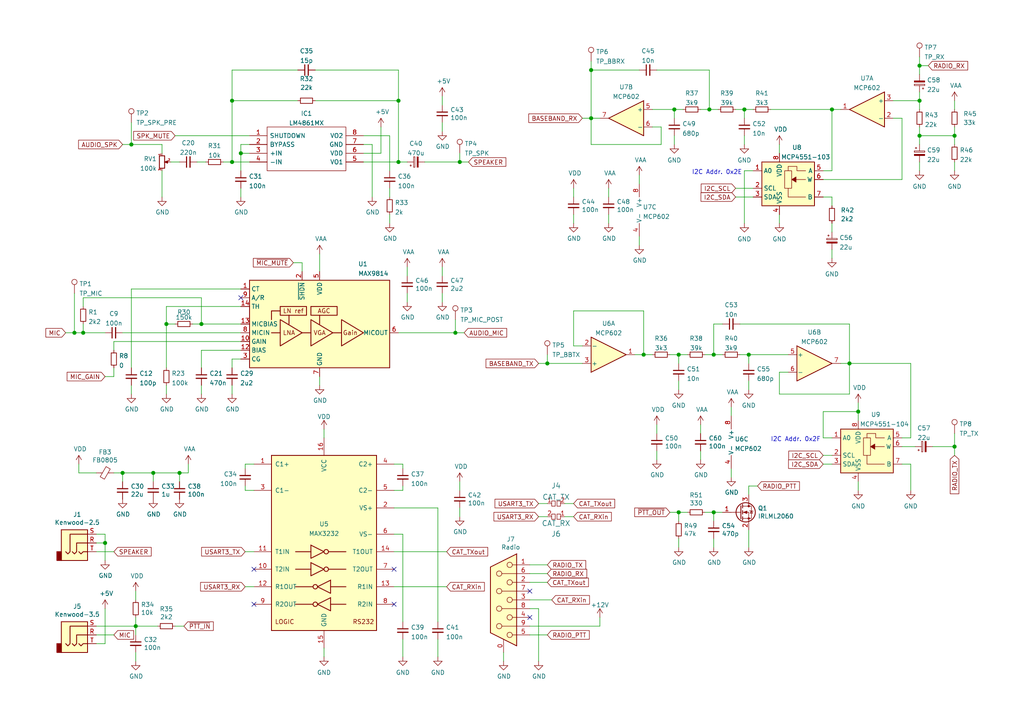
<source format=kicad_sch>
(kicad_sch (version 20210621) (generator eeschema)
  (paper "A4")
  (junction (at 217.17 102.87) (diameter 1.016))
  (junction (at 215.9 31.75) (diameter 1.016))
  (junction (at 67.31 46.99) (diameter 1.016))
  (junction (at 58.42 93.98) (diameter 1.016))
  (junction (at 205.74 31.75) (diameter 1.016))
  (junction (at 266.7 29.21) (diameter 1.016))
  (junction (at 24.13 96.52) (diameter 1.016))
  (junction (at 69.85 44.45) (diameter 1.016))
  (junction (at 39.37 181.61) (diameter 1.016))
  (junction (at 196.85 102.87) (diameter 1.016))
  (junction (at 186.69 102.87) (diameter 1.016))
  (junction (at 52.07 137.16) (diameter 1.016))
  (junction (at 38.1 41.91) (diameter 1.016))
  (junction (at 196.85 148.59) (diameter 1.016))
  (junction (at 246.38 105.41) (diameter 1.016))
  (junction (at 44.45 137.16) (diameter 1.016))
  (junction (at 276.86 39.37) (diameter 1.016))
  (junction (at 35.56 137.16) (diameter 1.016))
  (junction (at 276.86 129.54) (diameter 1.016))
  (junction (at 241.3 31.75) (diameter 1.016))
  (junction (at 248.92 119.38) (diameter 1.016))
  (junction (at 195.58 31.75) (diameter 1.016))
  (junction (at 30.48 157.48) (diameter 1.016))
  (junction (at 21.59 96.52) (diameter 1.016))
  (junction (at 207.01 148.59) (diameter 1.016))
  (junction (at 266.7 19.05) (diameter 1.016))
  (junction (at 67.31 29.21) (diameter 1.016))
  (junction (at 171.45 34.29) (diameter 1.016))
  (junction (at 171.45 20.32) (diameter 1.016))
  (junction (at 266.7 39.37) (diameter 1.016))
  (junction (at 133.35 46.99) (diameter 1.016))
  (junction (at 207.01 102.87) (diameter 1.016))
  (junction (at 115.57 46.99) (diameter 1.016))
  (junction (at 115.57 29.21) (diameter 1.016))
  (junction (at 132.08 96.52) (diameter 1.016))
  (junction (at 158.75 105.41) (diameter 1.016))
  (junction (at 48.26 93.98) (diameter 1.016))
  (no_connect (at 69.85 86.36))
  (no_connect (at 153.67 179.07))
  (no_connect (at 73.66 175.26))
  (no_connect (at 73.66 165.1))
  (no_connect (at 114.3 165.1))
  (no_connect (at 114.3 175.26))
  (no_connect (at 153.67 171.45))
  (wire (pts (xy 48.26 93.98) (xy 50.8 93.98)))
  (wire (pts (xy 146.05 189.23) (xy 146.05 191.77)))
  (wire (pts (xy 190.5 20.32) (xy 205.74 20.32)))
  (wire (pts (xy 217.17 102.87) (xy 228.6 102.87)))
  (wire (pts (xy 27.94 181.61) (xy 39.37 181.61)))
  (wire (pts (xy 71.12 160.02) (xy 73.66 160.02)))
  (wire (pts (xy 133.35 139.7) (xy 133.35 142.24)))
  (wire (pts (xy 276.86 129.54) (xy 276.86 132.08)))
  (wire (pts (xy 196.85 148.59) (xy 199.39 148.59)))
  (wire (pts (xy 71.12 142.24) (xy 71.12 140.97)))
  (wire (pts (xy 73.66 142.24) (xy 71.12 142.24)))
  (wire (pts (xy 238.76 52.07) (xy 261.62 52.07)))
  (wire (pts (xy 261.62 34.29) (xy 259.08 34.29)))
  (wire (pts (xy 261.62 52.07) (xy 261.62 34.29)))
  (wire (pts (xy 69.85 44.45) (xy 69.85 49.53)))
  (wire (pts (xy 238.76 132.08) (xy 241.3 132.08)))
  (wire (pts (xy 171.45 34.29) (xy 171.45 41.91)))
  (wire (pts (xy 171.45 41.91) (xy 191.77 41.91)))
  (wire (pts (xy 191.77 36.83) (xy 189.23 36.83)))
  (wire (pts (xy 191.77 41.91) (xy 191.77 36.83)))
  (wire (pts (xy 153.67 166.37) (xy 158.75 166.37)))
  (wire (pts (xy 153.67 168.91) (xy 158.75 168.91)))
  (wire (pts (xy 52.07 137.16) (xy 54.61 137.16)))
  (wire (pts (xy 67.31 20.32) (xy 67.31 29.21)))
  (wire (pts (xy 67.31 29.21) (xy 67.31 46.99)))
  (wire (pts (xy 128.27 27.94) (xy 128.27 30.48)))
  (wire (pts (xy 58.42 111.76) (xy 58.42 114.3)))
  (wire (pts (xy 153.67 176.53) (xy 156.21 176.53)))
  (wire (pts (xy 195.58 39.37) (xy 195.58 41.91)))
  (wire (pts (xy 153.67 181.61) (xy 173.99 181.61)))
  (wire (pts (xy 246.38 105.41) (xy 264.16 105.41)))
  (wire (pts (xy 195.58 31.75) (xy 195.58 34.29)))
  (wire (pts (xy 189.23 31.75) (xy 195.58 31.75)))
  (wire (pts (xy 276.86 46.99) (xy 276.86 49.53)))
  (wire (pts (xy 153.67 173.99) (xy 160.02 173.99)))
  (wire (pts (xy 57.15 46.99) (xy 59.69 46.99)))
  (wire (pts (xy 33.02 106.68) (xy 33.02 109.22)))
  (wire (pts (xy 266.7 26.67) (xy 266.7 29.21)))
  (wire (pts (xy 171.45 34.29) (xy 171.45 20.32)))
  (wire (pts (xy 27.94 157.48) (xy 30.48 157.48)))
  (wire (pts (xy 35.56 41.91) (xy 38.1 41.91)))
  (wire (pts (xy 38.1 41.91) (xy 46.99 41.91)))
  (wire (pts (xy 46.99 44.45) (xy 46.99 41.91)))
  (wire (pts (xy 153.67 184.15) (xy 158.75 184.15)))
  (wire (pts (xy 33.02 137.16) (xy 35.56 137.16)))
  (wire (pts (xy 85.09 76.2) (xy 87.63 76.2)))
  (wire (pts (xy 87.63 78.74) (xy 87.63 76.2)))
  (wire (pts (xy 21.59 96.52) (xy 24.13 96.52)))
  (wire (pts (xy 19.05 96.52) (xy 21.59 96.52)))
  (wire (pts (xy 52.07 137.16) (xy 52.07 139.7)))
  (wire (pts (xy 217.17 153.67) (xy 217.17 158.75)))
  (wire (pts (xy 33.02 99.06) (xy 69.85 99.06)))
  (wire (pts (xy 171.45 34.29) (xy 173.99 34.29)))
  (wire (pts (xy 168.91 34.29) (xy 171.45 34.29)))
  (wire (pts (xy 71.12 134.62) (xy 71.12 135.89)))
  (wire (pts (xy 73.66 134.62) (xy 71.12 134.62)))
  (wire (pts (xy 128.27 77.47) (xy 128.27 80.01)))
  (wire (pts (xy 203.2 130.81) (xy 203.2 133.35)))
  (wire (pts (xy 118.11 77.47) (xy 118.11 80.01)))
  (wire (pts (xy 156.21 149.86) (xy 158.75 149.86)))
  (wire (pts (xy 156.21 176.53) (xy 156.21 191.77)))
  (wire (pts (xy 190.5 123.19) (xy 190.5 125.73)))
  (wire (pts (xy 204.47 148.59) (xy 207.01 148.59)))
  (wire (pts (xy 35.56 137.16) (xy 35.56 139.7)))
  (wire (pts (xy 48.26 111.76) (xy 48.26 114.3)))
  (wire (pts (xy 38.1 35.56) (xy 38.1 41.91)))
  (wire (pts (xy 185.42 50.8) (xy 185.42 53.34)))
  (wire (pts (xy 58.42 93.98) (xy 69.85 93.98)))
  (wire (pts (xy 55.88 93.98) (xy 58.42 93.98)))
  (wire (pts (xy 132.08 96.52) (xy 132.08 92.71)))
  (wire (pts (xy 134.62 96.52) (xy 132.08 96.52)))
  (wire (pts (xy 213.36 31.75) (xy 215.9 31.75)))
  (wire (pts (xy 215.9 31.75) (xy 215.9 34.29)))
  (wire (pts (xy 50.8 39.37) (xy 72.39 39.37)))
  (wire (pts (xy 266.7 36.83) (xy 266.7 39.37)))
  (wire (pts (xy 266.7 39.37) (xy 266.7 41.91)))
  (wire (pts (xy 38.1 83.82) (xy 38.1 106.68)))
  (wire (pts (xy 69.85 83.82) (xy 38.1 83.82)))
  (wire (pts (xy 261.62 134.62) (xy 264.16 134.62)))
  (wire (pts (xy 264.16 134.62) (xy 264.16 142.24)))
  (wire (pts (xy 24.13 86.36) (xy 58.42 86.36)))
  (wire (pts (xy 196.85 110.49) (xy 196.85 113.03)))
  (wire (pts (xy 93.98 124.46) (xy 93.98 127)))
  (wire (pts (xy 49.53 46.99) (xy 52.07 46.99)))
  (wire (pts (xy 22.86 137.16) (xy 22.86 134.62)))
  (wire (pts (xy 91.44 29.21) (xy 115.57 29.21)))
  (wire (pts (xy 114.3 142.24) (xy 116.84 142.24)))
  (wire (pts (xy 116.84 142.24) (xy 116.84 140.97)))
  (wire (pts (xy 194.31 148.59) (xy 196.85 148.59)))
  (wire (pts (xy 39.37 179.07) (xy 39.37 181.61)))
  (wire (pts (xy 67.31 104.14) (xy 67.31 106.68)))
  (wire (pts (xy 69.85 104.14) (xy 67.31 104.14)))
  (wire (pts (xy 92.71 73.66) (xy 92.71 78.74)))
  (wire (pts (xy 114.3 160.02) (xy 129.54 160.02)))
  (wire (pts (xy 176.53 54.61) (xy 176.53 57.15)))
  (wire (pts (xy 166.37 54.61) (xy 166.37 57.15)))
  (wire (pts (xy 153.67 163.83) (xy 158.75 163.83)))
  (wire (pts (xy 223.52 31.75) (xy 241.3 31.75)))
  (wire (pts (xy 241.3 49.53) (xy 238.76 49.53)))
  (wire (pts (xy 241.3 31.75) (xy 241.3 49.53)))
  (wire (pts (xy 212.09 118.11) (xy 212.09 120.65)))
  (wire (pts (xy 115.57 46.99) (xy 118.11 46.99)))
  (wire (pts (xy 213.36 54.61) (xy 218.44 54.61)))
  (wire (pts (xy 196.85 102.87) (xy 196.85 105.41)))
  (wire (pts (xy 24.13 86.36) (xy 24.13 88.9)))
  (wire (pts (xy 113.03 62.23) (xy 113.03 64.77)))
  (wire (pts (xy 217.17 102.87) (xy 217.17 105.41)))
  (wire (pts (xy 214.63 102.87) (xy 217.17 102.87)))
  (wire (pts (xy 35.56 137.16) (xy 44.45 137.16)))
  (wire (pts (xy 276.86 129.54) (xy 276.86 125.73)))
  (wire (pts (xy 50.8 181.61) (xy 53.34 181.61)))
  (wire (pts (xy 133.35 46.99) (xy 133.35 44.45)))
  (wire (pts (xy 135.89 46.99) (xy 133.35 46.99)))
  (wire (pts (xy 203.2 31.75) (xy 205.74 31.75)))
  (wire (pts (xy 205.74 31.75) (xy 208.28 31.75)))
  (wire (pts (xy 196.85 151.13) (xy 196.85 148.59)))
  (wire (pts (xy 212.09 138.43) (xy 212.09 135.89)))
  (wire (pts (xy 213.36 57.15) (xy 218.44 57.15)))
  (wire (pts (xy 93.98 187.96) (xy 93.98 190.5)))
  (wire (pts (xy 123.19 46.99) (xy 133.35 46.99)))
  (wire (pts (xy 171.45 20.32) (xy 185.42 20.32)))
  (wire (pts (xy 194.31 102.87) (xy 196.85 102.87)))
  (wire (pts (xy 196.85 102.87) (xy 199.39 102.87)))
  (wire (pts (xy 207.01 102.87) (xy 207.01 93.98)))
  (wire (pts (xy 207.01 93.98) (xy 209.55 93.98)))
  (wire (pts (xy 35.56 96.52) (xy 69.85 96.52)))
  (wire (pts (xy 266.7 19.05) (xy 269.24 19.05)))
  (wire (pts (xy 266.7 21.59) (xy 266.7 19.05)))
  (wire (pts (xy 44.45 137.16) (xy 52.07 137.16)))
  (wire (pts (xy 118.11 85.09) (xy 118.11 87.63)))
  (wire (pts (xy 30.48 157.48) (xy 30.48 162.56)))
  (wire (pts (xy 163.83 149.86) (xy 166.37 149.86)))
  (wire (pts (xy 39.37 181.61) (xy 39.37 184.15)))
  (wire (pts (xy 215.9 39.37) (xy 215.9 41.91)))
  (wire (pts (xy 207.01 102.87) (xy 209.55 102.87)))
  (wire (pts (xy 204.47 102.87) (xy 207.01 102.87)))
  (wire (pts (xy 38.1 111.76) (xy 38.1 114.3)))
  (wire (pts (xy 217.17 140.97) (xy 219.71 140.97)))
  (wire (pts (xy 241.3 72.39) (xy 241.3 74.93)))
  (wire (pts (xy 266.7 16.51) (xy 266.7 19.05)))
  (wire (pts (xy 207.01 148.59) (xy 209.55 148.59)))
  (wire (pts (xy 226.06 107.95) (xy 226.06 114.3)))
  (wire (pts (xy 226.06 114.3) (xy 246.38 114.3)))
  (wire (pts (xy 228.6 107.95) (xy 226.06 107.95)))
  (wire (pts (xy 246.38 105.41) (xy 243.84 105.41)))
  (wire (pts (xy 246.38 114.3) (xy 246.38 105.41)))
  (wire (pts (xy 203.2 123.19) (xy 203.2 125.73)))
  (wire (pts (xy 185.42 68.58) (xy 185.42 71.12)))
  (wire (pts (xy 163.83 146.05) (xy 166.37 146.05)))
  (wire (pts (xy 127 185.42) (xy 127 190.5)))
  (wire (pts (xy 217.17 143.51) (xy 217.17 140.97)))
  (wire (pts (xy 128.27 35.56) (xy 128.27 38.1)))
  (wire (pts (xy 241.3 64.77) (xy 241.3 67.31)))
  (wire (pts (xy 276.86 36.83) (xy 276.86 39.37)))
  (wire (pts (xy 173.99 179.07) (xy 173.99 181.61)))
  (wire (pts (xy 128.27 85.09) (xy 128.27 87.63)))
  (wire (pts (xy 105.41 39.37) (xy 113.03 39.37)))
  (wire (pts (xy 113.03 39.37) (xy 113.03 49.53)))
  (wire (pts (xy 195.58 31.75) (xy 198.12 31.75)))
  (wire (pts (xy 27.94 137.16) (xy 22.86 137.16)))
  (wire (pts (xy 205.74 20.32) (xy 205.74 31.75)))
  (wire (pts (xy 196.85 156.21) (xy 196.85 158.75)))
  (wire (pts (xy 27.94 184.15) (xy 33.02 184.15)))
  (wire (pts (xy 39.37 181.61) (xy 45.72 181.61)))
  (wire (pts (xy 27.94 154.94) (xy 30.48 154.94)))
  (wire (pts (xy 30.48 154.94) (xy 30.48 157.48)))
  (wire (pts (xy 67.31 46.99) (xy 72.39 46.99)))
  (wire (pts (xy 64.77 46.99) (xy 67.31 46.99)))
  (wire (pts (xy 238.76 57.15) (xy 241.3 57.15)))
  (wire (pts (xy 241.3 57.15) (xy 241.3 59.69)))
  (wire (pts (xy 39.37 171.45) (xy 39.37 173.99)))
  (wire (pts (xy 44.45 137.16) (xy 44.45 139.7)))
  (wire (pts (xy 264.16 105.41) (xy 264.16 127)))
  (wire (pts (xy 114.3 134.62) (xy 116.84 134.62)))
  (wire (pts (xy 116.84 134.62) (xy 116.84 135.89)))
  (wire (pts (xy 114.3 170.18) (xy 129.54 170.18)))
  (wire (pts (xy 176.53 62.23) (xy 176.53 64.77)))
  (wire (pts (xy 21.59 85.09) (xy 21.59 96.52)))
  (wire (pts (xy 217.17 110.49) (xy 217.17 113.03)))
  (wire (pts (xy 115.57 96.52) (xy 132.08 96.52)))
  (wire (pts (xy 54.61 137.16) (xy 54.61 134.62)))
  (wire (pts (xy 207.01 148.59) (xy 207.01 151.13)))
  (wire (pts (xy 105.41 46.99) (xy 115.57 46.99)))
  (wire (pts (xy 248.92 139.7) (xy 248.92 142.24)))
  (wire (pts (xy 46.99 49.53) (xy 46.99 57.15)))
  (wire (pts (xy 261.62 129.54) (xy 265.43 129.54)))
  (wire (pts (xy 27.94 186.69) (xy 30.48 186.69)))
  (wire (pts (xy 264.16 127) (xy 261.62 127)))
  (wire (pts (xy 67.31 29.21) (xy 86.36 29.21)))
  (wire (pts (xy 58.42 93.98) (xy 58.42 86.36)))
  (wire (pts (xy 72.39 44.45) (xy 69.85 44.45)))
  (wire (pts (xy 69.85 41.91) (xy 72.39 41.91)))
  (wire (pts (xy 69.85 44.45) (xy 69.85 41.91)))
  (wire (pts (xy 58.42 101.6) (xy 58.42 106.68)))
  (wire (pts (xy 69.85 101.6) (xy 58.42 101.6)))
  (wire (pts (xy 156.21 146.05) (xy 158.75 146.05)))
  (wire (pts (xy 92.71 109.22) (xy 92.71 111.76)))
  (wire (pts (xy 67.31 111.76) (xy 67.31 114.3)))
  (wire (pts (xy 71.12 170.18) (xy 73.66 170.18)))
  (wire (pts (xy 238.76 134.62) (xy 241.3 134.62)))
  (wire (pts (xy 116.84 185.42) (xy 116.84 190.5)))
  (wire (pts (xy 226.06 41.91) (xy 226.06 44.45)))
  (wire (pts (xy 276.86 29.21) (xy 276.86 31.75)))
  (wire (pts (xy 67.31 20.32) (xy 86.36 20.32)))
  (wire (pts (xy 171.45 17.78) (xy 171.45 20.32)))
  (wire (pts (xy 186.69 102.87) (xy 184.15 102.87)))
  (wire (pts (xy 186.69 90.17) (xy 186.69 102.87)))
  (wire (pts (xy 166.37 90.17) (xy 186.69 90.17)))
  (wire (pts (xy 168.91 100.33) (xy 166.37 100.33)))
  (wire (pts (xy 166.37 100.33) (xy 166.37 90.17)))
  (wire (pts (xy 158.75 105.41) (xy 168.91 105.41)))
  (wire (pts (xy 226.06 62.23) (xy 226.06 64.77)))
  (wire (pts (xy 91.44 20.32) (xy 115.57 20.32)))
  (wire (pts (xy 115.57 20.32) (xy 115.57 29.21)))
  (wire (pts (xy 115.57 29.21) (xy 115.57 46.99)))
  (wire (pts (xy 266.7 46.99) (xy 266.7 49.53)))
  (wire (pts (xy 190.5 130.81) (xy 190.5 133.35)))
  (wire (pts (xy 241.3 31.75) (xy 243.84 31.75)))
  (wire (pts (xy 218.44 49.53) (xy 215.9 49.53)))
  (wire (pts (xy 215.9 49.53) (xy 215.9 64.77)))
  (wire (pts (xy 156.21 105.41) (xy 158.75 105.41)))
  (wire (pts (xy 158.75 105.41) (xy 158.75 102.87)))
  (wire (pts (xy 215.9 31.75) (xy 218.44 31.75)))
  (wire (pts (xy 127 147.32) (xy 127 180.34)))
  (wire (pts (xy 114.3 147.32) (xy 127 147.32)))
  (wire (pts (xy 259.08 29.21) (xy 266.7 29.21)))
  (wire (pts (xy 266.7 29.21) (xy 266.7 31.75)))
  (wire (pts (xy 238.76 119.38) (xy 248.92 119.38)))
  (wire (pts (xy 238.76 127) (xy 238.76 119.38)))
  (wire (pts (xy 241.3 127) (xy 238.76 127)))
  (wire (pts (xy 248.92 119.38) (xy 248.92 121.92)))
  (wire (pts (xy 105.41 41.91) (xy 107.95 41.91)))
  (wire (pts (xy 107.95 41.91) (xy 107.95 57.15)))
  (wire (pts (xy 30.48 186.69) (xy 30.48 176.53)))
  (wire (pts (xy 116.84 154.94) (xy 116.84 180.34)))
  (wire (pts (xy 114.3 154.94) (xy 116.84 154.94)))
  (wire (pts (xy 48.26 93.98) (xy 48.26 106.68)))
  (wire (pts (xy 48.26 88.9) (xy 48.26 93.98)))
  (wire (pts (xy 69.85 88.9) (xy 48.26 88.9)))
  (wire (pts (xy 248.92 116.84) (xy 248.92 119.38)))
  (wire (pts (xy 33.02 99.06) (xy 33.02 101.6)))
  (wire (pts (xy 270.51 129.54) (xy 276.86 129.54)))
  (wire (pts (xy 24.13 93.98) (xy 24.13 96.52)))
  (wire (pts (xy 24.13 96.52) (xy 30.48 96.52)))
  (wire (pts (xy 105.41 44.45) (xy 110.49 44.45)))
  (wire (pts (xy 110.49 36.83) (xy 110.49 44.45)))
  (wire (pts (xy 246.38 93.98) (xy 246.38 105.41)))
  (wire (pts (xy 214.63 93.98) (xy 246.38 93.98)))
  (wire (pts (xy 266.7 39.37) (xy 276.86 39.37)))
  (wire (pts (xy 276.86 39.37) (xy 276.86 41.91)))
  (wire (pts (xy 166.37 62.23) (xy 166.37 64.77)))
  (wire (pts (xy 207.01 156.21) (xy 207.01 158.75)))
  (wire (pts (xy 69.85 54.61) (xy 69.85 57.15)))
  (wire (pts (xy 33.02 160.02) (xy 27.94 160.02)))
  (wire (pts (xy 39.37 189.23) (xy 39.37 191.77)))
  (wire (pts (xy 30.48 109.22) (xy 33.02 109.22)))
  (wire (pts (xy 186.69 102.87) (xy 189.23 102.87)))
  (wire (pts (xy 133.35 147.32) (xy 133.35 149.86)))
  (wire (pts (xy 113.03 54.61) (xy 113.03 57.15)))
  (text "I2C Addr. 0x2E" (at 200.66 50.8 0) (effects (font (size 1.27 1.27)) (justify left bottom)))
  (text "I2C Addr. 0x2F" (at 223.52 128.27 0) (effects (font (size 1.27 1.27)) (justify left bottom)))
  (global_label "CAT_TXout" (shape input) (at 158.75 168.91 0) (property "Intersheet References" "${INTERSHEET_REFS}" (effects hide)))
  (global_label "RADIO_RX" (shape input) (at 158.75 166.37 0) (property "Intersheet References" "${INTERSHEET_REFS}" (effects hide)))
  (global_label "MIC" (shape input) (at 19.05 96.52 180) (property "Intersheet References" "${INTERSHEET_REFS}" (effects hide)))
  (global_label "I2C_SCL" (shape input) (at 213.36 54.61 180) (property "Intersheet References" "${INTERSHEET_REFS}" (effects hide)))
  (global_label "MIC" (shape input) (at 33.02 184.15 0) (property "Intersheet References" "${INTERSHEET_REFS}" (effects hide)))
  (global_label "~{MIC_MUTE}" (shape input) (at 85.09 76.2 180) (property "Intersheet References" "${INTERSHEET_REFS}" (effects hide)))
  (global_label "I2C_SDA" (shape input) (at 238.76 134.62 180) (property "Intersheet References" "${INTERSHEET_REFS}" (effects hide)))
  (global_label "RADIO_TX" (shape input) (at 158.75 163.83 0) (property "Intersheet References" "${INTERSHEET_REFS}" (effects hide)))
  (global_label "RADIO_PTT" (shape input) (at 158.75 184.15 0) (property "Intersheet References" "${INTERSHEET_REFS}" (effects hide)))
  (global_label "~{PTT_IN}" (shape input) (at 53.34 181.61 0) (property "Intersheet References" "${INTERSHEET_REFS}" (effects hide)))
  (global_label "CAT_RXin" (shape input) (at 166.37 149.86 0) (property "Intersheet References" "${INTERSHEET_REFS}" (effects hide)))
  (global_label "RADIO_PTT" (shape input) (at 219.71 140.97 0) (property "Intersheet References" "${INTERSHEET_REFS}" (effects hide)))
  (global_label "RADIO_RX" (shape input) (at 269.24 19.05 0) (property "Intersheet References" "${INTERSHEET_REFS}" (effects hide)))
  (global_label "CAT_RXin" (shape input) (at 160.02 173.99 0) (property "Intersheet References" "${INTERSHEET_REFS}" (effects hide)))
  (global_label "USART3_TX" (shape input) (at 71.12 160.02 180) (property "Intersheet References" "${INTERSHEET_REFS}" (effects hide)))
  (global_label "~{PTT_OUT}" (shape input) (at 194.31 148.59 180) (property "Intersheet References" "${INTERSHEET_REFS}" (effects hide)))
  (global_label "I2C_SCL" (shape input) (at 238.76 132.08 180) (property "Intersheet References" "${INTERSHEET_REFS}" (effects hide)))
  (global_label "MIC_GAIN" (shape input) (at 30.48 109.22 180) (property "Intersheet References" "${INTERSHEET_REFS}" (effects hide)))
  (global_label "CAT_TXout" (shape input) (at 129.54 160.02 0) (property "Intersheet References" "${INTERSHEET_REFS}" (effects hide)))
  (global_label "AUDIO_SPK" (shape input) (at 35.56 41.91 180) (property "Intersheet References" "${INTERSHEET_REFS}" (effects hide)))
  (global_label "I2C_SDA" (shape input) (at 213.36 57.15 180) (property "Intersheet References" "${INTERSHEET_REFS}" (effects hide)))
  (global_label "CAT_TXout" (shape input) (at 166.37 146.05 0) (property "Intersheet References" "${INTERSHEET_REFS}" (effects hide)))
  (global_label "BASEBAND_RX" (shape input) (at 168.91 34.29 180) (property "Intersheet References" "${INTERSHEET_REFS}" (effects hide)))
  (global_label "USART3_RX" (shape input) (at 71.12 170.18 180) (property "Intersheet References" "${INTERSHEET_REFS}" (effects hide)))
  (global_label "RADIO_TX" (shape input) (at 276.86 132.08 270) (property "Intersheet References" "${INTERSHEET_REFS}" (effects hide)))
  (global_label "USART3_TX" (shape input) (at 156.21 146.05 180) (property "Intersheet References" "${INTERSHEET_REFS}" (effects hide)))
  (global_label "AUDIO_MIC" (shape input) (at 134.62 96.52 0) (property "Intersheet References" "${INTERSHEET_REFS}" (effects hide)))
  (global_label "SPEAKER" (shape input) (at 135.89 46.99 0) (property "Intersheet References" "${INTERSHEET_REFS}" (effects hide)))
  (global_label "BASEBAND_TX" (shape input) (at 156.21 105.41 180) (property "Intersheet References" "${INTERSHEET_REFS}" (effects hide)))
  (global_label "USART3_RX" (shape input) (at 156.21 149.86 180) (property "Intersheet References" "${INTERSHEET_REFS}" (effects hide)))
  (global_label "SPEAKER" (shape input) (at 33.02 160.02 0) (property "Intersheet References" "${INTERSHEET_REFS}" (effects hide)))
  (global_label "CAT_RXin" (shape input) (at 129.54 170.18 0) (property "Intersheet References" "${INTERSHEET_REFS}" (effects hide)))
  (global_label "SPK_MUTE" (shape input) (at 50.8 39.37 180) (property "Intersheet References" "${INTERSHEET_REFS}" (effects hide)))
  (symbol (lib_id "power:VDD") (at 22.86 134.62 0) (unit 1)
    (property "Reference" "#PWR065" (effects hide))
    (property "Value" "VDD" (at 23.241 130.2258 0))
  )
  (symbol (lib_id "Device:Ferrite_Bead_Small") (at 30.48 137.16 270) (unit 1)
    (property "Reference" "FB3" (at 30.48 131.1402 90))
    (property "Value" "FB0805" (at 30.48 133.4516 90))
    (property "Footprint" "pkl_dipol:L_0805" (effects hide))
  )
  (symbol (lib_id "pkl_device:pkl_C_Small") (at 35.56 142.24 0) (unit 1)
    (property "Reference" "C30" (at 37.8968 141.0716 0) (effects (justify left)))
    (property "Value" "22u" (at 37.8968 143.383 0) (effects (justify left)))
    (property "Footprint" "pkl_dipol:C_0603" (effects hide))
  )
  (symbol (lib_id "pkl_device:pkl_C_Small") (at 44.45 142.24 0) (unit 1)
    (property "Reference" "C33" (at 46.7868 141.0716 0) (effects (justify left)))
    (property "Value" "1u" (at 46.7868 143.383 0) (effects (justify left)))
    (property "Footprint" "pkl_dipol:C_0603" (effects hide))
  )
  (symbol (lib_id "pkl_device:pkl_C_Small") (at 52.07 142.24 0) (unit 1)
    (property "Reference" "C38" (at 54.4068 141.0716 0) (effects (justify left)))
    (property "Value" "100n" (at 54.4068 143.383 0) (effects (justify left)))
    (property "Footprint" "pkl_dipol:C_0603" (effects hide))
  )
  (symbol (lib_id "power:GND") (at 35.56 144.78 0) (unit 1)
    (property "Reference" "#PWR069" (effects hide))
    (property "Value" "GND" (at 35.687 149.1742 0))
  )
  (symbol (lib_id "power:GND") (at 44.45 144.78 0) (unit 1)
    (property "Reference" "#PWR075" (effects hide))
    (property "Value" "GND" (at 44.577 149.1742 0))
  )
  (symbol (lib_id "power:GND") (at 52.07 144.78 0) (unit 1)
    (property "Reference" "#PWR077" (effects hide))
    (property "Value" "GND" (at 52.197 149.1742 0))
  )
  (symbol (lib_id "power:VAA") (at 54.61 134.62 0) (unit 1)
    (property "Reference" "#PWR079" (effects hide))
    (property "Value" "VAA" (at 54.991 130.2258 0))
  )
  (symbol (lib_id "power:VAA") (at 118.11 77.47 0) (unit 1)
    (property "Reference" "#PWR094" (effects hide))
    (property "Value" "VAA" (at 118.491 73.0758 0))
  )
  (symbol (lib_id "pkl_device:pkl_C_Small") (at 118.11 82.55 0) (unit 1)
    (property "Reference" "C46" (at 120.4468 81.3816 0) (effects (justify left)))
    (property "Value" "100n" (at 120.4468 83.693 0) (effects (justify left)))
    (property "Footprint" "pkl_dipol:C_0603" (effects hide))
  )
  (symbol (lib_id "pkl_device:pkl_C_Small") (at 128.27 82.55 0) (unit 1)
    (property "Reference" "C47" (at 130.6068 81.3816 0) (effects (justify left)))
    (property "Value" "2u2" (at 130.6068 83.693 0) (effects (justify left)))
    (property "Footprint" "pkl_dipol:C_0603" (effects hide))
  )
  (symbol (lib_id "power:VAA") (at 128.27 77.47 0) (unit 1)
    (property "Reference" "#PWR097" (effects hide))
    (property "Value" "VAA" (at 128.651 73.0758 0))
  )
  (symbol (lib_id "power:GND") (at 118.11 87.63 0) (unit 1)
    (property "Reference" "#PWR095" (effects hide))
    (property "Value" "GND" (at 118.237 92.0242 0))
  )
  (symbol (lib_id "power:GND") (at 128.27 87.63 0) (unit 1)
    (property "Reference" "#PWR098" (effects hide))
    (property "Value" "GND" (at 128.397 92.0242 0))
  )
  (symbol (lib_id "power:+5V") (at 128.27 27.94 0) (unit 1)
    (property "Reference" "#PWR089" (effects hide))
    (property "Value" "+5V" (at 128.651 23.5458 0))
  )
  (symbol (lib_id "pkl_device:pkl_C_Small") (at 128.27 33.02 0) (unit 1)
    (property "Reference" "C43" (at 130.6068 31.8516 0) (effects (justify left)))
    (property "Value" "100n" (at 130.6068 34.163 0) (effects (justify left)))
    (property "Footprint" "pkl_dipol:C_0603" (effects hide))
  )
  (symbol (lib_id "power:GND") (at 128.27 38.1 0) (unit 1)
    (property "Reference" "#PWR090" (effects hide))
    (property "Value" "GND" (at 128.397 42.4942 0))
  )
  (symbol (lib_id "Connector:AudioJack3") (at 22.86 184.15 0) (unit 1)
    (property "Reference" "J5" (at 22.4028 175.895 0))
    (property "Value" "Kenwood-3.5" (at 22.4028 178.2064 0))
    (property "Footprint" "M17-SmartMic:SJ13523N" (effects hide))
  )
  (symbol (lib_id "power:GND") (at 30.48 162.56 0) (unit 1)
    (property "Reference" "#PWR067" (effects hide))
    (property "Value" "GND" (at 30.607 166.9542 0))
  )
  (symbol (lib_id "power:+5V") (at 30.48 176.53 0) (unit 1)
    (property "Reference" "#PWR068" (effects hide))
    (property "Value" "+5V" (at 30.861 172.1358 0))
  )
  (symbol (lib_id "pkl_device:pkl_R_Small") (at 39.37 176.53 0) (unit 1)
    (property "Reference" "R34" (at 40.8686 175.3616 0) (effects (justify left)))
    (property "Value" "10k" (at 40.8686 177.673 0) (effects (justify left)))
    (property "Footprint" "pkl_dipol:R_0603" (effects hide))
  )
  (symbol (lib_id "power:VDD") (at 39.37 171.45 0) (unit 1)
    (property "Reference" "#PWR072" (effects hide))
    (property "Value" "VDD" (at 39.751 167.0558 0))
  )
  (symbol (lib_id "pkl_device:pkl_C_Small") (at 39.37 186.69 0) (unit 1)
    (property "Reference" "C32" (at 41.7068 185.5216 0) (effects (justify left)))
    (property "Value" "100n" (at 41.7068 187.833 0) (effects (justify left)))
    (property "Footprint" "pkl_dipol:C_0603" (effects hide))
  )
  (symbol (lib_id "power:GND") (at 39.37 191.77 0) (unit 1)
    (property "Reference" "#PWR073" (effects hide))
    (property "Value" "GND" (at 39.497 196.1642 0))
  )
  (symbol (lib_id "pkl_device:pkl_R_Small") (at 48.26 181.61 270) (unit 1)
    (property "Reference" "R35" (at 48.26 176.6316 90))
    (property "Value" "2k2" (at 48.26 178.943 90))
    (property "Footprint" "pkl_dipol:R_0603" (effects hide))
  )
  (symbol (lib_id "power:VAA") (at 185.42 50.8 0) (unit 1)
    (property "Reference" "#PWR0105" (effects hide))
    (property "Value" "VAA" (at 185.801 46.4058 0))
  )
  (symbol (lib_id "power:GND") (at 185.42 71.12 0) (unit 1)
    (property "Reference" "#PWR0106" (effects hide))
    (property "Value" "GND" (at 185.547 75.5142 0))
  )
  (symbol (lib_id "power:VAA") (at 212.09 118.11 0) (unit 1)
    (property "Reference" "#PWR0119" (effects hide))
    (property "Value" "VAA" (at 212.471 113.7158 0))
  )
  (symbol (lib_id "power:GND") (at 212.09 138.43 0) (unit 1)
    (property "Reference" "#PWR0120" (effects hide))
    (property "Value" "GND" (at 212.217 142.8242 0))
  )
  (symbol (lib_id "power:VAA") (at 176.53 54.61 0) (unit 1)
    (property "Reference" "#PWR0102" (effects hide))
    (property "Value" "VAA" (at 176.911 50.2158 0))
  )
  (symbol (lib_id "pkl_device:pkl_C_Small") (at 176.53 59.69 0) (unit 1)
    (property "Reference" "C48" (at 178.8668 58.5216 0) (effects (justify left)))
    (property "Value" "100n" (at 178.8668 60.833 0) (effects (justify left)))
    (property "Footprint" "pkl_dipol:C_0603" (effects hide))
  )
  (symbol (lib_id "power:GND") (at 176.53 64.77 0) (unit 1)
    (property "Reference" "#PWR0103" (effects hide))
    (property "Value" "GND" (at 176.657 69.1642 0))
  )
  (symbol (lib_id "power:VAA") (at 203.2 123.19 0) (unit 1)
    (property "Reference" "#PWR0116" (effects hide))
    (property "Value" "VAA" (at 203.581 118.7958 0))
  )
  (symbol (lib_id "pkl_device:pkl_C_Small") (at 203.2 128.27 0) (unit 1)
    (property "Reference" "C60" (at 205.5368 127.1016 0) (effects (justify left)))
    (property "Value" "100n" (at 205.5368 129.413 0) (effects (justify left)))
    (property "Footprint" "pkl_dipol:C_0603" (effects hide))
  )
  (symbol (lib_id "power:GND") (at 203.2 133.35 0) (unit 1)
    (property "Reference" "#PWR0117" (effects hide))
    (property "Value" "GND" (at 203.327 137.7442 0))
  )
  (symbol (lib_id "pkl_device:pkl_R_Small") (at 196.85 153.67 0) (unit 1)
    (property "Reference" "R49" (at 198.3486 152.5016 0) (effects (justify left)))
    (property "Value" "47k" (at 198.3486 154.813 0) (effects (justify left)))
    (property "Footprint" "pkl_dipol:R_0603" (effects hide))
  )
  (symbol (lib_id "pkl_device:pkl_R_Small") (at 201.93 148.59 270) (unit 1)
    (property "Reference" "R51" (at 201.93 143.6116 90))
    (property "Value" "330" (at 201.93 145.923 90))
    (property "Footprint" "pkl_dipol:R_0603" (effects hide))
  )
  (symbol (lib_id "pkl_device:pkl_C_Small") (at 207.01 153.67 0) (unit 1)
    (property "Reference" "C54" (at 209.3468 152.5016 0) (effects (justify left)))
    (property "Value" "470p" (at 209.3468 154.813 0) (effects (justify left)))
    (property "Footprint" "pkl_dipol:C_0603" (effects hide))
  )
  (symbol (lib_id "Transistor_FET:IRLML2060") (at 214.63 148.59 0) (unit 1)
    (property "Reference" "Q1" (at 219.8116 147.4216 0) (effects (justify left)))
    (property "Value" "IRLML2060" (at 219.8116 149.733 0) (effects (justify left)))
    (property "Footprint" "pkl_housings_sot:SOT-23" (effects hide))
    (property "Datasheet" "https://www.infineon.com/dgdl/irlml2060pbf.pdf?fileId=5546d462533600a401535664b7fb25ee" (effects hide))
  )
  (symbol (lib_id "power:GND") (at 196.85 158.75 0) (unit 1)
    (property "Reference" "#PWR0109" (effects hide))
    (property "Value" "GND" (at 196.977 163.1442 0))
  )
  (symbol (lib_id "power:GND") (at 207.01 158.75 0) (unit 1)
    (property "Reference" "#PWR0111" (effects hide))
    (property "Value" "GND" (at 207.137 163.1442 0))
  )
  (symbol (lib_id "power:GND") (at 217.17 158.75 0) (unit 1)
    (property "Reference" "#PWR0114" (effects hide))
    (property "Value" "GND" (at 217.297 163.1442 0))
  )
  (symbol (lib_id "Connector:DB9_Female_MountingHoles") (at 146.05 173.99 0) (mirror y) (unit 1)
    (property "Reference" "J7" (at 148.1328 156.4132 0))
    (property "Value" "Radio" (at 148.1328 158.7246 0))
    (property "Footprint" "Connector_Dsub:DSUB-9_Female_Horizontal_P2.77x2.84mm_EdgePinOffset4.94mm_Housed_MountingHolesOffset7.48mm" (effects hide))
    (property "Datasheet" " ~" (effects hide))
  )
  (symbol (lib_id "power:GND") (at 146.05 191.77 0) (unit 1)
    (property "Reference" "#PWR096" (effects hide))
    (property "Value" "GND" (at 146.177 196.1642 0))
  )
  (symbol (lib_id "power:GND") (at 156.21 191.77 0) (unit 1)
    (property "Reference" "#PWR099" (effects hide))
    (property "Value" "GND" (at 156.337 196.1642 0))
  )
  (symbol (lib_id "pkl_device:pkl_C_Small") (at 33.02 96.52 90) (unit 1)
    (property "Reference" "C9" (at 33.02 90.9913 90))
    (property "Value" "100n" (at 33.02 93.7664 90))
    (property "Footprint" "pkl_dipol:C_0603" (effects hide))
  )
  (symbol (lib_id "pkl_device:pkl_R_Small") (at 220.98 31.75 90) (unit 1)
    (property "Reference" "R41" (at 220.98 27.0468 90))
    (property "Value" "3k3" (at 220.98 29.8219 90))
    (property "Footprint" "pkl_dipol:R_0603" (effects hide))
  )
  (symbol (lib_id "Connector:TestPoint") (at 21.59 85.09 0) (unit 1)
    (property "Reference" "TP1" (at 22.9871 82.34 0) (effects (justify left)))
    (property "Value" "TP_MIC" (at 22.9871 85.1151 0) (effects (justify left)))
    (property "Footprint" "TestPoint:TestPoint_Pad_D1.0mm" (effects hide))
  )
  (symbol (lib_id "power:GND") (at 166.37 64.77 0) (unit 1)
    (property "Reference" "#PWR086" (effects hide))
    (property "Value" "GND" (at 166.497 69.1642 0))
  )
  (symbol (lib_id "power:VAA") (at 92.71 73.66 0) (unit 1)
    (property "Reference" "#PWR066" (effects hide))
    (property "Value" "VAA" (at 93.091 69.2658 0))
  )
  (symbol (lib_id "Connector:TestPoint") (at 38.1 35.56 0) (unit 1)
    (property "Reference" "TP2" (at 39.4971 32.81 0) (effects (justify left)))
    (property "Value" "TP_SPK_PRE" (at 39.4971 35.5851 0) (effects (justify left)))
    (property "Footprint" "TestPoint:TestPoint_Pad_D1.0mm" (effects hide))
  )
  (symbol (lib_id "pkl_device:pkl_R_Small") (at 33.02 104.14 0) (unit 1)
    (property "Reference" "R8" (at 34.5187 103.2315 0) (effects (justify left)))
    (property "Value" "0" (at 34.5187 106.0066 0) (effects (justify left)))
    (property "Footprint" "pkl_dipol:R_0603" (effects hide))
  )
  (symbol (lib_id "pkl_device:pkl_R_Small") (at 276.86 34.29 0) (unit 1)
    (property "Reference" "R45" (at 279.4 33.0199 0) (effects (justify left)))
    (property "Value" "33k" (at 279.4 35.5599 0) (effects (justify left)))
    (property "Footprint" "pkl_dipol:R_0603" (effects hide))
  )
  (symbol (lib_id "pkl_device:pkl_R_Small") (at 62.23 46.99 90) (unit 1)
    (property "Reference" "R31" (at 62.23 42.2868 90))
    (property "Value" "10k" (at 62.23 45.0619 90))
    (property "Footprint" "pkl_dipol:R_0603" (effects hide))
  )
  (symbol (lib_id "Amplifier_Operational:MCP602") (at 181.61 34.29 0) (mirror y) (unit 2)
    (property "Reference" "U7" (at 181.61 25.2434 0))
    (property "Value" "MCP602" (at 181.61 28.0185 0))
    (property "Footprint" "Package_SO:SOIC-8_3.9x4.9mm_P1.27mm" (effects hide))
    (property "Datasheet" "http://ww1.microchip.com/downloads/en/DeviceDoc/21314g.pdf" (effects hide))
  )
  (symbol (lib_id "power:GND") (at 46.99 57.15 0) (unit 1)
    (property "Reference" "#PWR014" (effects hide))
    (property "Value" "GND" (at 47.117 61.5442 0))
  )
  (symbol (lib_id "power:GND") (at 48.26 114.3 0) (unit 1)
    (property "Reference" "#PWR021" (effects hide))
    (property "Value" "GND" (at 48.387 118.6942 0))
  )
  (symbol (lib_id "power:GND") (at 58.42 114.3 0) (unit 1)
    (property "Reference" "#PWR026" (effects hide))
    (property "Value" "GND" (at 58.547 118.6942 0))
  )
  (symbol (lib_id "pkl_device:pkl_R_Small") (at 212.09 102.87 90) (unit 1)
    (property "Reference" "R40" (at 212.09 98.1668 90))
    (property "Value" "3k9" (at 212.09 100.9419 90))
    (property "Footprint" "pkl_dipol:R_0603" (effects hide))
  )
  (symbol (lib_id "power:GND") (at 276.86 49.53 0) (unit 1)
    (property "Reference" "#PWR0122" (effects hide))
    (property "Value" "GND" (at 276.86 54.0926 0))
  )
  (symbol (lib_id "Interface_UART:MAX3232") (at 93.98 157.48 0) (unit 1)
    (property "Reference" "U5" (at 93.98 151.9894 0))
    (property "Value" "MAX3232" (at 93.98 154.7645 0))
    (property "Footprint" "Package_SO:TSSOP-16_4.4x5mm_P0.65mm" (effects hide))
    (property "Datasheet" "https://datasheets.maximintegrated.com/en/ds/MAX3222-MAX3241.pdf" (effects hide))
  )
  (symbol (lib_id "power:VDD") (at 226.06 41.91 0) (unit 1)
    (property "Reference" "#PWR0107" (effects hide))
    (property "Value" "VDD" (at 226.441 37.5158 0))
  )
  (symbol (lib_id "power:+5V") (at 110.49 36.83 0) (unit 1)
    (property "Reference" "#PWR078" (effects hide))
    (property "Value" "+5V" (at 110.871 32.4358 0))
  )
  (symbol (lib_id "pkl_device:pkl_C_Small") (at 71.12 138.43 0) (mirror x) (unit 1)
    (property "Reference" "C34" (at 68.7958 137.5215 0) (effects (justify right)))
    (property "Value" "100n" (at 68.7958 140.2966 0) (effects (justify right)))
    (property "Footprint" "pkl_dipol:C_0603" (effects hide))
  )
  (symbol (lib_id "Connector:TestPoint") (at 158.75 102.87 0) (unit 1)
    (property "Reference" "TP5" (at 160.1471 100.12 0) (effects (justify left)))
    (property "Value" "TP_BBTX" (at 160.1471 102.8951 0) (effects (justify left)))
    (property "Footprint" "TestPoint:TestPoint_Pad_D1.0mm" (effects hide))
  )
  (symbol (lib_id "power:+12V") (at 173.99 179.07 0) (unit 1)
    (property "Reference" "#PWR087" (effects hide))
    (property "Value" "+12V" (at 173.99 175.4654 0))
  )
  (symbol (lib_id "power:GND") (at 38.1 114.3 0) (unit 1)
    (property "Reference" "#PWR06" (effects hide))
    (property "Value" "GND" (at 38.227 118.6942 0))
  )
  (symbol (lib_id "power:GND") (at 266.7 49.53 0) (unit 1)
    (property "Reference" "#PWR0115" (effects hide))
    (property "Value" "GND" (at 266.7 54.0926 0))
  )
  (symbol (lib_id "power:GND") (at 215.9 64.77 0) (unit 1)
    (property "Reference" "#PWR0101" (effects hide))
    (property "Value" "GND" (at 215.9 69.3326 0))
  )
  (symbol (lib_id "pkl_device:pkl_C_Small") (at 113.03 52.07 0) (unit 1)
    (property "Reference" "C36" (at 115.3542 51.1615 0) (effects (justify left)))
    (property "Value" "100n" (at 115.3542 53.9366 0) (effects (justify left)))
    (property "Footprint" "pkl_dipol:C_0603" (effects hide))
  )
  (symbol (lib_id "pkl_device:pkl_C_Small") (at 187.96 20.32 90) (unit 1)
    (property "Reference" "C45" (at 187.96 14.7913 90))
    (property "Value" "10n" (at 187.96 17.5664 90))
    (property "Footprint" "pkl_dipol:C_0603" (effects hide))
  )
  (symbol (lib_id "power:VAA") (at 276.86 29.21 0) (unit 1)
    (property "Reference" "#PWR0121" (effects hide))
    (property "Value" "VAA" (at 277.241 24.8158 0))
  )
  (symbol (lib_id "Module17:MCP4551") (at 251.46 132.08 0) (unit 1)
    (property "Reference" "U9" (at 254 120.2394 0))
    (property "Value" "MCP4551-104" (at 256.54 123.0145 0))
    (property "Footprint" "Package_SO:MSOP-8_3x3mm_P0.65mm" (effects hide))
  )
  (symbol (lib_id "power:GND") (at 264.16 142.24 0) (unit 1)
    (property "Reference" "#PWR0118" (effects hide))
    (property "Value" "GND" (at 264.16 146.8026 0))
  )
  (symbol (lib_id "power:VDD") (at 133.35 139.7 0) (unit 1)
    (property "Reference" "#PWR083" (effects hide))
    (property "Value" "VDD" (at 133.731 135.3058 0))
  )
  (symbol (lib_id "Connector:TestPoint") (at 132.08 92.71 0) (unit 1)
    (property "Reference" "TP3" (at 133.4771 89.96 0) (effects (justify left)))
    (property "Value" "TP_MIC_POST" (at 133.4771 92.7351 0) (effects (justify left)))
    (property "Footprint" "TestPoint:TestPoint_Pad_D1.0mm" (effects hide))
  )
  (symbol (lib_id "power:VDD") (at 248.92 116.84 0) (unit 1)
    (property "Reference" "#PWR0112" (effects hide))
    (property "Value" "VDD" (at 249.301 112.4458 0))
  )
  (symbol (lib_id "pkl_device:pkl_R_Small") (at 266.7 34.29 0) (unit 1)
    (property "Reference" "R43" (at 268.1987 33.3815 0) (effects (justify left)))
    (property "Value" "22k" (at 268.1987 36.1566 0) (effects (justify left)))
    (property "Footprint" "pkl_dipol:R_0603" (effects hide))
  )
  (symbol (lib_id "pkl_device:pkl_R_Small") (at 88.9 29.21 90) (unit 1)
    (property "Reference" "R32" (at 88.9 22.86 90))
    (property "Value" "22k" (at 88.9 25.4 90))
    (property "Footprint" "pkl_dipol:R_0603" (effects hide))
  )
  (symbol (lib_id "power:GND") (at 248.92 142.24 0) (unit 1)
    (property "Reference" "#PWR0113" (effects hide))
    (property "Value" "GND" (at 248.92 146.8026 0))
  )
  (symbol (lib_id "power:GND") (at 226.06 64.77 0) (unit 1)
    (property "Reference" "#PWR0108" (effects hide))
    (property "Value" "GND" (at 226.06 69.3326 0))
  )
  (symbol (lib_id "pkl_misc:pkl_jumper") (at 161.29 149.86 180) (unit 1)
    (property "Reference" "J6" (at 161.29 154.854 0) (effects (font (size 1.524 1.524))))
    (property "Value" "CAT_RX" (at 161.29 151.783 0) (effects (font (size 1.524 1.524))))
    (property "Footprint" "pkl_jumpers:J_0603" (effects hide))
  )
  (symbol (lib_id "pkl_device:pkl_C_Small") (at 127 182.88 0) (unit 1)
    (property "Reference" "C41" (at 129.3242 181.9715 0) (effects (justify left)))
    (property "Value" "100n" (at 129.3242 184.7466 0) (effects (justify left)))
    (property "Footprint" "pkl_dipol:C_0603" (effects hide))
  )
  (symbol (lib_id "pkl_device:pkl_C_Small") (at 190.5 128.27 0) (unit 1)
    (property "Reference" "C50" (at 192.8368 127.1016 0) (effects (justify left)))
    (property "Value" "100n" (at 192.8368 129.413 0) (effects (justify left)))
    (property "Footprint" "pkl_dipol:C_0603" (effects hide))
  )
  (symbol (lib_id "pkl_device:pkl_C_Small") (at 195.58 36.83 0) (unit 1)
    (property "Reference" "C49" (at 197.9042 35.9215 0) (effects (justify left)))
    (property "Value" "680p" (at 197.9042 38.6966 0) (effects (justify left)))
    (property "Footprint" "pkl_dipol:C_0603" (effects hide))
  )
  (symbol (lib_id "power:VDD") (at 190.5 123.19 0) (unit 1)
    (property "Reference" "#PWR091" (effects hide))
    (property "Value" "VDD" (at 190.881 118.7958 0))
  )
  (symbol (lib_id "Amplifier_Operational:MCP602") (at 176.53 102.87 0) (mirror x) (unit 1)
    (property "Reference" "U6" (at 176.53 93.8234 0))
    (property "Value" "MCP602" (at 176.53 96.5985 0))
    (property "Footprint" "Package_SO:SOIC-8_3.9x4.9mm_P1.27mm" (effects hide))
    (property "Datasheet" "http://ww1.microchip.com/downloads/en/DeviceDoc/21314g.pdf" (effects hide))
  )
  (symbol (lib_id "power:GND") (at 67.31 114.3 0) (unit 1)
    (property "Reference" "#PWR027" (effects hide))
    (property "Value" "GND" (at 67.437 118.6942 0))
  )
  (symbol (lib_id "power:GND") (at 196.85 113.03 0) (unit 1)
    (property "Reference" "#PWR093" (effects hide))
    (property "Value" "GND" (at 196.85 117.5926 0))
  )
  (symbol (lib_id "pkl_device:pkl_CP_Small") (at 266.7 24.13 180) (unit 1)
    (property "Reference" "C58" (at 268.8591 23.2215 0) (effects (justify right)))
    (property "Value" "22u" (at 268.8591 25.9966 0) (effects (justify right)))
    (property "Footprint" "Capacitor_Tantalum_SMD:CP_EIA-3216-18_Kemet-A" (effects hide))
  )
  (symbol (lib_id "pkl_device:pkl_R_Small") (at 210.82 31.75 90) (unit 1)
    (property "Reference" "R39" (at 210.82 27.0468 90))
    (property "Value" "39k" (at 210.82 29.8219 90))
    (property "Footprint" "pkl_dipol:R_0603" (effects hide))
  )
  (symbol (lib_id "Connector:TestPoint") (at 171.45 17.78 0) (unit 1)
    (property "Reference" "TP6" (at 172.8471 15.03 0) (effects (justify left)))
    (property "Value" "TP_BBRX" (at 172.8471 17.8051 0) (effects (justify left)))
    (property "Footprint" "TestPoint:TestPoint_Pad_D1.0mm" (effects hide))
  )
  (symbol (lib_id "pkl_device:pkl_C_Small") (at 58.42 109.22 0) (unit 1)
    (property "Reference" "C21" (at 60.7442 108.3115 0) (effects (justify left)))
    (property "Value" "470n" (at 60.7442 111.0866 0) (effects (justify left)))
    (property "Footprint" "pkl_dipol:C_0603" (effects hide))
  )
  (symbol (lib_id "pkl_device:pkl_C_Small") (at 38.1 109.22 0) (unit 1)
    (property "Reference" "C12" (at 40.4242 108.3115 0) (effects (justify left)))
    (property "Value" "100p" (at 40.4242 111.0866 0) (effects (justify left)))
    (property "Footprint" "pkl_dipol:C_0603" (effects hide))
  )
  (symbol (lib_id "pkl_device:pkl_C_Small") (at 166.37 59.69 0) (unit 1)
    (property "Reference" "C44" (at 168.7068 58.5216 0) (effects (justify left)))
    (property "Value" "100n" (at 168.7068 60.833 0) (effects (justify left)))
    (property "Footprint" "pkl_dipol:C_0603" (effects hide))
  )
  (symbol (lib_id "Connector:TestPoint") (at 276.86 125.73 0) (unit 1)
    (property "Reference" "TP8" (at 278.2571 122.98 0) (effects (justify left)))
    (property "Value" "TP_TX" (at 278.2571 125.7551 0) (effects (justify left)))
    (property "Footprint" "TestPoint:TestPoint_Pad_D1.0mm" (effects hide))
  )
  (symbol (lib_id "power:GND") (at 93.98 190.5 0) (unit 1)
    (property "Reference" "#PWR074" (effects hide))
    (property "Value" "GND" (at 93.98 195.0626 0))
  )
  (symbol (lib_id "power:GND") (at 107.95 57.15 0) (unit 1)
    (property "Reference" "#PWR076" (effects hide))
    (property "Value" "GND" (at 108.077 61.5442 0))
  )
  (symbol (lib_id "pkl_device:pkl_C_Small") (at 215.9 36.83 0) (unit 1)
    (property "Reference" "C52" (at 218.2242 35.9215 0) (effects (justify left)))
    (property "Value" "10n" (at 218.2242 38.6966 0) (effects (justify left)))
    (property "Footprint" "pkl_dipol:C_0603" (effects hide))
  )
  (symbol (lib_id "pkl_device:pkl_C_Small") (at 116.84 138.43 0) (unit 1)
    (property "Reference" "C37" (at 119.1642 137.5215 0) (effects (justify left)))
    (property "Value" "100n" (at 119.1642 140.2966 0) (effects (justify left)))
    (property "Footprint" "pkl_dipol:C_0603" (effects hide))
  )
  (symbol (lib_id "Connector:AudioJack3") (at 22.86 157.48 0) (unit 1)
    (property "Reference" "J1" (at 22.4028 149.225 0))
    (property "Value" "Kenwood-2.5" (at 22.4028 151.5364 0))
    (property "Footprint" "M17-SmartMic:SJ12503A" (effects hide))
    (property "Datasheet" "SJ1-2503A" (effects hide))
  )
  (symbol (lib_id "pkl_device:pkl_R_Small") (at 113.03 59.69 0) (unit 1)
    (property "Reference" "R33" (at 114.5287 58.7815 0) (effects (justify left)))
    (property "Value" "2k" (at 114.5287 61.5566 0) (effects (justify left)))
    (property "Footprint" "pkl_dipol:R_0603" (effects hide))
  )
  (symbol (lib_id "Amplifier_Operational:MCP602") (at 209.55 128.27 0) (mirror y) (unit 3)
    (property "Reference" "U6" (at 213.1061 127.3615 0) (effects (justify right)))
    (property "Value" "MCP602" (at 213.1061 130.1366 0) (effects (justify right)))
    (property "Footprint" "Package_SO:SOIC-8_3.9x4.9mm_P1.27mm" (effects hide))
    (property "Datasheet" "http://ww1.microchip.com/downloads/en/DeviceDoc/21314g.pdf" (effects hide))
  )
  (symbol (lib_id "pkl_device:pkl_R_Small") (at 241.3 62.23 0) (unit 1)
    (property "Reference" "R42" (at 243.84 60.9599 0) (effects (justify left)))
    (property "Value" "2k2" (at 243.84 63.4999 0) (effects (justify left)))
    (property "Footprint" "pkl_dipol:R_0603" (effects hide))
  )
  (symbol (lib_id "pkl_device:pkl_CP_Small") (at 241.3 69.85 0) (unit 1)
    (property "Reference" "C56" (at 243.4591 68.9415 0) (effects (justify left)))
    (property "Value" "22u" (at 243.4591 71.7166 0) (effects (justify left)))
    (property "Footprint" "Capacitor_Tantalum_SMD:CP_EIA-3216-18_Kemet-A" (effects hide))
  )
  (symbol (lib_id "pkl_device:pkl_C_Small") (at 88.9 20.32 90) (unit 1)
    (property "Reference" "C35" (at 88.9 14.7913 90))
    (property "Value" "15p" (at 88.9 17.5664 90))
    (property "Footprint" "pkl_dipol:C_0603" (effects hide))
  )
  (symbol (lib_id "pkl_device:pkl_R_Small") (at 276.86 44.45 0) (unit 1)
    (property "Reference" "R46" (at 278.3587 43.5415 0) (effects (justify left)))
    (property "Value" "22k" (at 278.3587 46.3166 0) (effects (justify left)))
    (property "Footprint" "pkl_dipol:R_0603" (effects hide))
  )
  (symbol (lib_id "Connector:TestPoint") (at 266.7 16.51 0) (unit 1)
    (property "Reference" "TP7" (at 268.0971 13.76 0) (effects (justify left)))
    (property "Value" "TP_RX" (at 268.0971 16.5351 0) (effects (justify left)))
    (property "Footprint" "TestPoint:TestPoint_Pad_D1.0mm" (effects hide))
  )
  (symbol (lib_id "pkl_device:pkl_C_Small") (at 69.85 52.07 0) (unit 1)
    (property "Reference" "C31" (at 72.1742 51.1615 0) (effects (justify left)))
    (property "Value" "100n" (at 72.1742 53.9366 0) (effects (justify left)))
    (property "Footprint" "pkl_dipol:C_0603" (effects hide))
  )
  (symbol (lib_id "pkl_misc:pkl_jumper") (at 161.29 146.05 0) (unit 1)
    (property "Reference" "J4" (at 161.29 140.884 0) (effects (font (size 1.524 1.524))))
    (property "Value" "CAT_TX" (at 161.29 144.163 0) (effects (font (size 1.524 1.524))))
    (property "Footprint" "pkl_jumpers:J_0603" (effects hide))
  )
  (symbol (lib_id "pkl_device:pkl_R_Small") (at 200.66 31.75 90) (unit 1)
    (property "Reference" "R37" (at 200.66 27.0468 90))
    (property "Value" "3k9" (at 200.66 29.8219 90))
    (property "Footprint" "pkl_dipol:R_0603" (effects hide))
  )
  (symbol (lib_id "pkl_device:pkl_C_Small") (at 54.61 46.99 90) (unit 1)
    (property "Reference" "C20" (at 54.61 41.4613 90))
    (property "Value" "220n" (at 54.61 44.2364 90))
    (property "Footprint" "pkl_dipol:C_0603" (effects hide))
  )
  (symbol (lib_id "power:GND") (at 113.03 64.77 0) (unit 1)
    (property "Reference" "#PWR080" (effects hide))
    (property "Value" "GND" (at 113.157 69.1642 0))
  )
  (symbol (lib_id "pkl_device:pkl_C_Small") (at 212.09 93.98 90) (unit 1)
    (property "Reference" "C53" (at 212.09 88.4513 90))
    (property "Value" "10n" (at 212.09 91.2264 90))
    (property "Footprint" "pkl_dipol:C_0603" (effects hide))
  )
  (symbol (lib_id "Amplifier_Operational:MCP602") (at 187.96 60.96 0) (unit 3)
    (property "Reference" "U7" (at 186.4361 60.0515 0) (effects (justify left)))
    (property "Value" "MCP602" (at 186.4361 62.8266 0) (effects (justify left)))
    (property "Footprint" "Package_SO:SOIC-8_3.9x4.9mm_P1.27mm" (effects hide))
    (property "Datasheet" "http://ww1.microchip.com/downloads/en/DeviceDoc/21314g.pdf" (effects hide))
  )
  (symbol (lib_id "power:GND") (at 92.71 111.76 0) (unit 1)
    (property "Reference" "#PWR070" (effects hide))
    (property "Value" "GND" (at 92.837 116.1542 0))
  )
  (symbol (lib_id "Module17:LM4861MX_NOPB") (at 72.39 39.37 0) (unit 1)
    (property "Reference" "IC1" (at 88.9 32.9142 0))
    (property "Value" "LM4861MX" (at 88.9 35.6893 0))
    (property "Footprint" "pkl_housings_soic:SOIC-8_5.3x5.3mm_Pitch1.27mm" (effects hide))
    (property "Datasheet" "https://www.ti.com/lit/gpn/LM4861" (effects hide))
    (property "Description" "TEXAS INSTRUMENTS - LM4861MX/NOPB - Audio Power Amplifier, 1.1 W, AB, 1 Channel, 2V to 5.5V, SOIC, 8 Pins" (effects hide))
    (property "Height" "1.75" (effects hide))
    (property "Mouser Part Number" "926-LM4861MX/NOPB" (effects hide))
    (property "Mouser Price/Stock" "https://www.mouser.co.uk/ProductDetail/Texas-Instruments/LM4861MX-NOPB?qs=QbsRYf82W3FxTp8pKIvxnw%3D%3D" (effects hide))
    (property "Manufacturer_Name" "Texas Instruments" (effects hide))
    (property "Manufacturer_Part_Number" "LM4861MX/NOPB" (effects hide))
  )
  (symbol (lib_id "power:GND") (at 69.85 57.15 0) (unit 1)
    (property "Reference" "#PWR058" (effects hide))
    (property "Value" "GND" (at 69.977 61.5442 0))
  )
  (symbol (lib_id "power:GND") (at 215.9 41.91 0) (unit 1)
    (property "Reference" "#PWR0100" (effects hide))
    (property "Value" "GND" (at 215.9 46.4726 0))
  )
  (symbol (lib_id "pkl_device:pkl_R_Small") (at 53.34 93.98 90) (unit 1)
    (property "Reference" "R30" (at 53.34 90.5468 90))
    (property "Value" "150k" (at 53.34 92.0519 90))
    (property "Footprint" "pkl_dipol:R_0603" (effects hide))
  )
  (symbol (lib_id "pkl_device:pkl_R_Small") (at 48.26 109.22 0) (unit 1)
    (property "Reference" "R23" (at 49.7587 108.3115 0) (effects (justify left)))
    (property "Value" "100k" (at 49.7587 111.0866 0) (effects (justify left)))
    (property "Footprint" "pkl_dipol:R_0603" (effects hide))
  )
  (symbol (lib_id "pkl_device:pkl_CP_Small") (at 120.65 46.99 90) (unit 1)
    (property "Reference" "C40" (at 120.65 41.6264 90))
    (property "Value" "470u" (at 120.65 44.4015 90))
    (property "Footprint" "Capacitor_SMD:CP_Elec_6.3x7.7" (effects hide))
  )
  (symbol (lib_id "pkl_device:pkl_CP_Small") (at 267.97 129.54 90) (unit 1)
    (property "Reference" "C57" (at 267.97 124.1764 90))
    (property "Value" "22u" (at 267.97 126.9515 90))
    (property "Footprint" "Capacitor_Tantalum_SMD:CP_EIA-3216-18_Kemet-A" (effects hide))
  )
  (symbol (lib_id "Amplifier_Operational:MCP602") (at 251.46 31.75 0) (mirror y) (unit 1)
    (property "Reference" "U7" (at 251.46 22.7034 0))
    (property "Value" "MCP602" (at 251.46 25.4785 0))
    (property "Footprint" "Package_SO:SOIC-8_3.9x4.9mm_P1.27mm" (effects hide))
    (property "Datasheet" "http://ww1.microchip.com/downloads/en/DeviceDoc/21314g.pdf" (effects hide))
  )
  (symbol (lib_id "pkl_device:pkl_C_Small") (at 217.17 107.95 0) (unit 1)
    (property "Reference" "C55" (at 219.4942 107.0415 0) (effects (justify left)))
    (property "Value" "680p" (at 219.4942 109.8166 0) (effects (justify left)))
    (property "Footprint" "pkl_dipol:C_0603" (effects hide))
  )
  (symbol (lib_id "pkl_device:pkl_C_Small") (at 133.35 144.78 0) (unit 1)
    (property "Reference" "C42" (at 135.6868 143.6116 0) (effects (justify left)))
    (property "Value" "100n" (at 135.6868 145.923 0) (effects (justify left)))
    (property "Footprint" "pkl_dipol:C_0603" (effects hide))
  )
  (symbol (lib_id "power:GND") (at 133.35 149.86 0) (unit 1)
    (property "Reference" "#PWR084" (effects hide))
    (property "Value" "GND" (at 133.477 154.2542 0))
  )
  (symbol (lib_id "pkl_device:pkl_C_Small") (at 196.85 107.95 0) (unit 1)
    (property "Reference" "C51" (at 199.1742 107.0415 0) (effects (justify left)))
    (property "Value" "10n" (at 199.1742 109.8166 0) (effects (justify left)))
    (property "Footprint" "pkl_dipol:C_0603" (effects hide))
  )
  (symbol (lib_id "Device:R_POT_Small") (at 46.99 46.99 0) (unit 1)
    (property "Reference" "RV1" (at 45.466 46.0815 0) (effects (justify right)))
    (property "Value" "100k" (at 45.466 48.8566 0) (effects (justify right)))
    (property "Footprint" "M17-SmartMic:3310C001503L" (effects hide))
  )
  (symbol (lib_id "pkl_device:pkl_C_Small") (at 67.31 109.22 0) (unit 1)
    (property "Reference" "C29" (at 69.6342 108.3115 0) (effects (justify left)))
    (property "Value" "2u2" (at 69.6342 111.0866 0) (effects (justify left)))
    (property "Footprint" "pkl_dipol:C_0603" (effects hide))
  )
  (symbol (lib_id "pkl_device:pkl_CP_Small") (at 266.7 44.45 0) (unit 1)
    (property "Reference" "C59" (at 268.8591 43.5415 0) (effects (justify left)))
    (property "Value" "22u" (at 268.8591 46.3166 0) (effects (justify left)))
    (property "Footprint" "Capacitor_Tantalum_SMD:CP_EIA-3216-18_Kemet-A" (effects hide))
  )
  (symbol (lib_id "pkl_device:pkl_C_Small") (at 116.84 182.88 0) (unit 1)
    (property "Reference" "C39" (at 119.1642 181.9715 0) (effects (justify left)))
    (property "Value" "100n" (at 119.1642 184.7466 0) (effects (justify left)))
    (property "Footprint" "pkl_dipol:C_0603" (effects hide))
  )
  (symbol (lib_id "pkl_device:pkl_R_Small") (at 24.13 91.44 0) (unit 1)
    (property "Reference" "R1" (at 25.6287 90.5315 0) (effects (justify left)))
    (property "Value" "2k2" (at 25.6287 93.3066 0) (effects (justify left)))
    (property "Footprint" "pkl_dipol:R_0603" (effects hide))
  )
  (symbol (lib_id "pkl_device:pkl_R_Small") (at 191.77 102.87 90) (unit 1)
    (property "Reference" "R36" (at 191.77 98.1668 90))
    (property "Value" "3k3" (at 191.77 100.9419 90))
    (property "Footprint" "pkl_dipol:R_0603" (effects hide))
  )
  (symbol (lib_id "pkl_device:pkl_R_Small") (at 201.93 102.87 90) (unit 1)
    (property "Reference" "R38" (at 201.93 98.1668 90))
    (property "Value" "39k" (at 201.93 100.9419 90))
    (property "Footprint" "pkl_dipol:R_0603" (effects hide))
  )
  (symbol (lib_id "power:GND") (at 241.3 74.93 0) (unit 1)
    (property "Reference" "#PWR0110" (effects hide))
    (property "Value" "GND" (at 241.3 79.4926 0))
  )
  (symbol (lib_id "power:VDD") (at 166.37 54.61 0) (unit 1)
    (property "Reference" "#PWR085" (effects hide))
    (property "Value" "VDD" (at 166.751 50.2158 0))
  )
  (symbol (lib_id "Amplifier_Operational:MCP602") (at 236.22 105.41 0) (unit 2)
    (property "Reference" "U6" (at 236.22 96.3634 0))
    (property "Value" "MCP602" (at 236.22 99.1385 0))
    (property "Footprint" "Package_SO:SOIC-8_3.9x4.9mm_P1.27mm" (effects hide))
    (property "Datasheet" "http://ww1.microchip.com/downloads/en/DeviceDoc/21314g.pdf" (effects hide))
  )
  (symbol (lib_id "power:GND") (at 116.84 190.5 0) (unit 1)
    (property "Reference" "#PWR081" (effects hide))
    (property "Value" "GND" (at 116.84 195.0626 0))
  )
  (symbol (lib_id "Amplifier_Audio:MAX9814") (at 92.71 93.98 0) (unit 1)
    (property "Reference" "U1" (at 103.8861 76.5615 0) (effects (justify left)))
    (property "Value" "MAX9814" (at 103.8861 79.3366 0) (effects (justify left)))
    (property "Footprint" "Package_DFN_QFN:DFN-14-1EP_3x3mm_P0.4mm_EP1.78x2.35mm" (effects hide))
    (property "Datasheet" "https://datasheets.maximintegrated.com/en/ds/MAX9814.pdf" (effects hide))
  )
  (symbol (lib_id "power:GND") (at 127 190.5 0) (unit 1)
    (property "Reference" "#PWR082" (effects hide))
    (property "Value" "GND" (at 127 195.0626 0))
  )
  (symbol (lib_id "power:GND") (at 190.5 133.35 0) (unit 1)
    (property "Reference" "#PWR092" (effects hide))
    (property "Value" "GND" (at 190.627 137.7442 0))
  )
  (symbol (lib_id "power:GND") (at 217.17 113.03 0) (unit 1)
    (property "Reference" "#PWR0104" (effects hide))
    (property "Value" "GND" (at 217.17 117.5926 0))
  )
  (symbol (lib_id "power:GND") (at 195.58 41.91 0) (unit 1)
    (property "Reference" "#PWR088" (effects hide))
    (property "Value" "GND" (at 195.58 46.4726 0))
  )
  (symbol (lib_id "Connector:TestPoint") (at 133.35 44.45 0) (unit 1)
    (property "Reference" "TP4" (at 134.7471 41.7 0) (effects (justify left)))
    (property "Value" "TP_SPK" (at 134.7471 44.4751 0) (effects (justify left)))
    (property "Footprint" "TestPoint:TestPoint_Pad_D1.0mm" (effects hide))
  )
  (symbol (lib_id "Module17:MCP4551") (at 228.6 54.61 0) (unit 1)
    (property "Reference" "U8" (at 231.14 42.7694 0))
    (property "Value" "MCP4551-103" (at 233.68 45.5445 0))
    (property "Footprint" "Package_SO:MSOP-8_3x3mm_P0.65mm" (effects hide))
  )
  (symbol (lib_id "power:VDD") (at 93.98 124.46 0) (unit 1)
    (property "Reference" "#PWR071" (effects hide))
    (property "Value" "VDD" (at 93.98 120.8554 0))
  )
)
</source>
